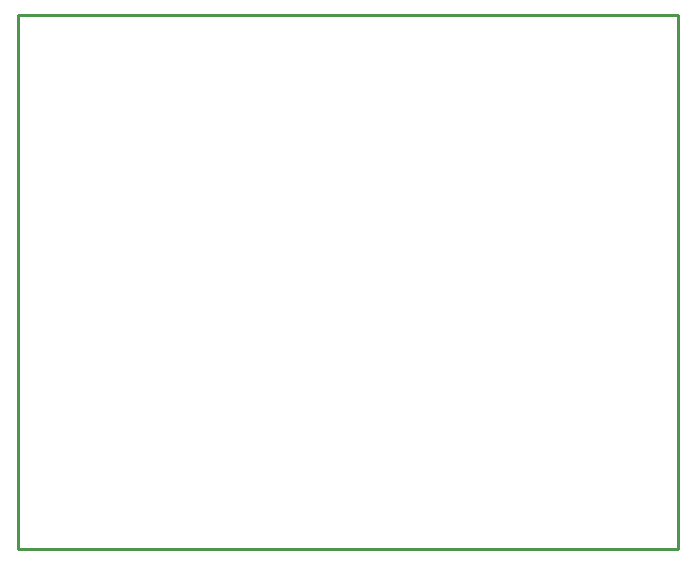
<source format=gko>
G04 Layer: BoardOutlineLayer*
G04 EasyEDA v6.5.12, 2022-10-09 20:59:30*
G04 6618d418ddb7492eb1f763c1ca00203a,0dc1cd2b4b68440da47f955ee06510d5,10*
G04 Gerber Generator version 0.2*
G04 Scale: 100 percent, Rotated: No, Reflected: No *
G04 Dimensions in millimeters *
G04 leading zeros omitted , absolute positions ,4 integer and 5 decimal *
%FSLAX45Y45*%
%MOMM*%

%ADD10C,0.2540*%
D10*
X558800Y7708900D02*
G01*
X6146800Y7708900D01*
X6146800Y3187700D01*
X558800Y3187700D01*
X558800Y7708900D01*

%LPD*%
M02*

</source>
